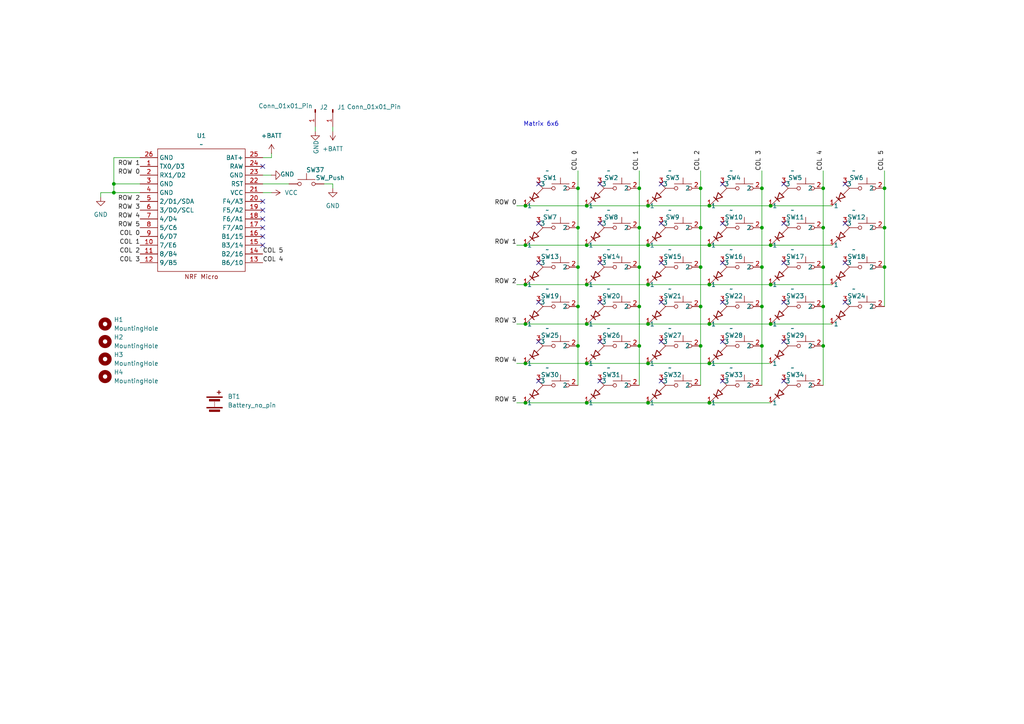
<source format=kicad_sch>
(kicad_sch (version 20231120) (generator "eeschema") (generator_version "8.0")
  (paper "A4")
  (lib_symbols
    (symbol "Connector:Conn_01x01_Pin" (pin_names (offset 1.016) hide)
      (property "Reference" "J" (at 0 2.54 0))
      (property "Value" "Conn_01x01_Pin" (at 0 -2.54 0))
      (symbol "Conn_01x01_Pin_1_1"
        (polyline (pts (xy 1.27 0) (xy 0.8636 0)) (stroke (width 0.1524)))
        (rectangle (start 0.8636 0.127) (end 0 -0.127) (stroke (width 0.1524)) (fill (type outline)))
        (pin passive line (at 5.08 0 180) (length 3.81) (name "Pin_1") (number "1"))
      )
    )
    (symbol "Keyboard_CS:Battery_no_pin" (pin_numbers hide) (pin_names (offset 0) hide)
      (property "Reference" "BT" (at 2.54 2.54 0))
      (property "Value" "Battery_no_pin" (at 2.54 0 0))
      (symbol "Battery_no_pin_0_1"
        (rectangle (start -2.286 -1.27) (end 2.286 -1.524) (fill (type outline)))
        (rectangle (start -2.286 1.778) (end 2.286 1.524) (fill (type outline)))
        (rectangle (start -1.524 -2.032) (end 1.524 -2.54) (fill (type outline)))
        (rectangle (start -1.524 1.016) (end 1.524 0.508) (fill (type outline)))
        (polyline (pts (xy 0 -1.016) (xy 0 -0.762)))
        (polyline (pts (xy 0 -0.508) (xy 0 -0.254)))
        (polyline (pts (xy 0 0) (xy 0 0.254)))
        (polyline (pts (xy 0.762 3.048) (xy 1.778 3.048)) (stroke (width 0.254)))
        (polyline (pts (xy 1.27 3.556) (xy 1.27 2.54)) (stroke (width 0.254)))
      )
    )
    (symbol "Keyboard_CS:Keyboard_Push"
      (property "Reference" "SW" (at 0.254 -4.572 0))
      (symbol "Keyboard_Push_0_1"
        (circle (center -2.032 0) (radius 0.508))
        (polyline (pts (xy -10.16 -5.08) (xy -8.255 -3.175)))
        (polyline (pts (xy -7.62 -3.81) (xy -8.89 -2.54)) (stroke (width 0.254)))
        (polyline (pts (xy -6.985 -1.905) (xy -5.08 0)))
        (polyline (pts (xy -6.35 1.27) (xy -5.08 0)))
        (polyline (pts (xy -5.08 0) (xy -2.54 0)))
        (polyline (pts (xy 0 1.27) (xy 0 3.048)))
        (polyline (pts (xy 2.54 1.27) (xy -2.54 1.27)))
        (polyline (pts (xy -6.35 -2.54) (xy -7.62 -1.27) (xy -8.255 -3.175) (xy -6.35 -2.54)) (stroke (width 0.254)))
        (circle (center 2.032 0) (radius 0.508))
        (pin passive line (at 5.08 0 180) (length 2.54) (name "2") (number "2"))
      )
      (symbol "Keyboard_Push_1_1"
        (pin passive line (at -10.16 -5.08 0) (length 0) (name "1") (number "1"))
        (pin passive line (at -6.35 1.27 0) (length 0) (name "3") (number "3"))
      )
    )
    (symbol "Keyboard_CS:NRF_micro"
      (property "Reference" "U" (at 0 1.27 0))
      (symbol "NRF_micro_0_1"
        (rectangle (start -12.7 2.54) (end 12.7 -33.02))
      )
      (symbol "NRF_micro_1_1"
        (text "NRF Micro" (at 0 -34.544 0) (effects (font (size 1.27 1.27))))
        (pin bidirectional line (at -17.78 -2.54 0) (length 5.08) (name "TX0/D3") (number "1"))
        (pin bidirectional line (at -17.78 -25.4 0) (length 5.08) (name "7/E6") (number "10"))
        (pin bidirectional line (at -17.78 -27.94 0) (length 5.08) (name "8/B4") (number "11"))
        (pin bidirectional line (at -17.78 -30.48 0) (length 5.08) (name "9/B5") (number "12"))
        (pin bidirectional line (at 17.78 -30.48 180) (length 5.08) (name "B6/10") (number "13"))
        (pin bidirectional line (at 17.78 -27.94 180) (length 5.08) (name "B2/16") (number "14"))
        (pin bidirectional line (at 17.78 -25.4 180) (length 5.08) (name "B3/14") (number "15"))
        (pin bidirectional line (at 17.78 -22.86 180) (length 5.08) (name "B1/15") (number "16"))
        (pin bidirectional line (at 17.78 -20.32 180) (length 5.08) (name "F7/A0") (number "17"))
        (pin bidirectional line (at 17.78 -17.78 180) (length 5.08) (name "F6/A1") (number "18"))
        (pin bidirectional line (at 17.78 -15.24 180) (length 5.08) (name "F5/A2") (number "19"))
        (pin bidirectional line (at -17.78 -5.08 0) (length 5.08) (name "RX1/D2") (number "2"))
        (pin bidirectional line (at 17.78 -12.7 180) (length 5.08) (name "F4/A3") (number "20"))
        (pin power_in line (at 17.78 -10.16 180) (length 5.08) (name "VCC") (number "21"))
        (pin input line (at 17.78 -7.62 180) (length 5.08) (name "RST") (number "22"))
        (pin power_in line (at 17.78 -5.08 180) (length 5.08) (name "GND") (number "23"))
        (pin power_out line (at 17.78 -2.54 180) (length 5.08) (name "RAW") (number "24"))
        (pin bidirectional line (at 17.78 0 180) (length 5.08) (name "BAT+") (number "25"))
        (pin bidirectional line (at -17.78 0 0) (length 5.08) (name "GND") (number "26"))
        (pin power_in line (at -17.78 -7.62 0) (length 5.08) (name "GND") (number "3"))
        (pin power_in line (at -17.78 -10.16 0) (length 5.08) (name "GND") (number "4"))
        (pin bidirectional line (at -17.78 -12.7 0) (length 5.08) (name "2/D1/SDA") (number "5"))
        (pin bidirectional line (at -17.78 -15.24 0) (length 5.08) (name "3/D0/SCL") (number "6"))
        (pin bidirectional line (at -17.78 -17.78 0) (length 5.08) (name "4/D4") (number "7"))
        (pin bidirectional line (at -17.78 -20.32 0) (length 5.08) (name "5/C6") (number "8"))
        (pin bidirectional line (at -17.78 -22.86 0) (length 5.08) (name "6/D7") (number "9"))
      )
    )
    (symbol "Mechanical:MountingHole" (pin_names (offset 1.016))
      (property "Reference" "H" (at 0 5.08 0))
      (property "Value" "MountingHole" (at 0 3.175 0))
      (symbol "MountingHole_0_1"
        (circle (center 0 0) (radius 1.27) (stroke (width 1.27)))
      )
    )
    (symbol "Switch:SW_Push" (pin_numbers hide) (pin_names (offset 1.016) hide)
      (property "Reference" "SW" (at 1.27 2.54 0))
      (property "Value" "SW_Push" (at 0 -1.524 0))
      (symbol "SW_Push_0_1"
        (circle (center -2.032 0) (radius 0.508))
        (polyline (pts (xy 0 1.27) (xy 0 3.048)))
        (polyline (pts (xy 2.54 1.27) (xy -2.54 1.27)))
        (circle (center 2.032 0) (radius 0.508))
        (pin passive line (at -5.08 0 0) (length 2.54) (name "1") (number "1"))
        (pin passive line (at 5.08 0 180) (length 2.54) (name "2") (number "2"))
      )
    )
    (symbol "power:+BATT" (power) (pin_numbers hide) (pin_names (offset 0) hide)
      (property "Value" "+BATT" (at 0 3.556 0))
      (symbol "+BATT_0_1"
        (polyline (pts (xy -0.762 1.27) (xy 0 2.54)))
        (polyline (pts (xy 0 0) (xy 0 2.54)))
        (polyline (pts (xy 0 2.54) (xy 0.762 1.27)))
      )
      (symbol "+BATT_1_1"
        (pin power_in line (at 0 0 90) (length 0) (name "~") (number "1"))
      )
    )
    (symbol "power:GND" (power) (pin_numbers hide) (pin_names (offset 0) hide)
      (property "Value" "GND" (at 0 -3.81 0))
      (symbol "GND_0_1"
        (polyline (pts (xy 0 0) (xy 0 -1.27) (xy 1.27 -1.27) (xy 0 -2.54) (xy -1.27 -1.27) (xy 0 -1.27)))
      )
      (symbol "GND_1_1"
        (pin power_in line (at 0 0 270) (length 0) (name "~") (number "1"))
      )
    )
    (symbol "power:VCC" (power) (pin_numbers hide) (pin_names (offset 0) hide)
      (property "Value" "VCC" (at 0 3.556 0))
      (symbol "VCC_0_1"
        (polyline (pts (xy -0.762 1.27) (xy 0 2.54)))
        (polyline (pts (xy 0 0) (xy 0 2.54)))
        (polyline (pts (xy 0 2.54) (xy 0.762 1.27)))
      )
      (symbol "VCC_1_1"
        (pin power_in line (at 0 0 90) (length 0) (name "~") (number "1"))
      )
    )
  )
  (junction (at 152.4 116.84))
  (junction (at 220.98 88.9))
  (junction (at 152.4 59.69))
  (junction (at 205.74 82.55))
  (junction (at 170.18 116.84))
  (junction (at 185.42 54.61))
  (junction (at 167.64 54.61))
  (junction (at 220.98 77.47))
  (junction (at 167.64 66.04))
  (junction (at 205.74 105.41))
  (junction (at 152.4 93.98))
  (junction (at 187.96 59.69))
  (junction (at 220.98 100.33))
  (junction (at 220.98 54.61))
  (junction (at 238.76 77.47))
  (junction (at 33.02 55.88))
  (junction (at 205.74 59.69))
  (junction (at 220.98 66.04))
  (junction (at 152.4 82.55))
  (junction (at 256.54 77.47))
  (junction (at 256.54 66.04))
  (junction (at 167.64 88.9))
  (junction (at 238.76 88.9))
  (junction (at 187.96 105.41))
  (junction (at 256.54 54.61))
  (junction (at 170.18 105.41))
  (junction (at 185.42 88.9))
  (junction (at 167.64 100.33))
  (junction (at 203.2 100.33))
  (junction (at 187.96 82.55))
  (junction (at 185.42 77.47))
  (junction (at 223.52 71.12))
  (junction (at 167.64 77.47))
  (junction (at 185.42 100.33))
  (junction (at 203.2 66.04))
  (junction (at 205.74 93.98))
  (junction (at 187.96 116.84))
  (junction (at 203.2 77.47))
  (junction (at 185.42 66.04))
  (junction (at 223.52 93.98))
  (junction (at 205.74 116.84))
  (junction (at 152.4 71.12))
  (junction (at 170.18 82.55))
  (junction (at 170.18 93.98))
  (junction (at 33.02 53.34))
  (junction (at 223.52 59.69))
  (junction (at 203.2 54.61))
  (junction (at 170.18 59.69))
  (junction (at 238.76 66.04))
  (junction (at 205.74 71.12))
  (junction (at 187.96 71.12))
  (junction (at 203.2 88.9))
  (junction (at 152.4 105.41))
  (junction (at 187.96 93.98))
  (junction (at 170.18 71.12))
  (junction (at 223.52 82.55))
  (junction (at 238.76 54.61))
  (junction (at 238.76 100.33))
  (no_connect (at 209.55 53.34))
  (no_connect (at 191.77 64.77))
  (no_connect (at 156.21 64.77))
  (no_connect (at 245.11 76.2))
  (no_connect (at 209.55 76.2))
  (no_connect (at 173.99 53.34))
  (no_connect (at 156.21 110.49))
  (no_connect (at 191.77 76.2))
  (no_connect (at 173.99 110.49))
  (no_connect (at 209.55 64.77))
  (no_connect (at 209.55 110.49))
  (no_connect (at 191.77 110.49))
  (no_connect (at 245.11 64.77))
  (no_connect (at 156.21 53.34))
  (no_connect (at 156.21 99.06))
  (no_connect (at 76.2 66.04))
  (no_connect (at 156.21 87.63))
  (no_connect (at 227.33 99.06))
  (no_connect (at 227.33 64.77))
  (no_connect (at 245.11 53.34))
  (no_connect (at 227.33 110.49))
  (no_connect (at 191.77 99.06))
  (no_connect (at 227.33 87.63))
  (no_connect (at 191.77 87.63))
  (no_connect (at 191.77 53.34))
  (no_connect (at 76.2 48.26))
  (no_connect (at 173.99 99.06))
  (no_connect (at 227.33 53.34))
  (no_connect (at 209.55 87.63))
  (no_connect (at 76.2 71.12))
  (no_connect (at 245.11 87.63))
  (no_connect (at 227.33 76.2))
  (no_connect (at 156.21 76.2))
  (no_connect (at 76.2 60.96))
  (no_connect (at 76.2 68.58))
  (no_connect (at 173.99 64.77))
  (no_connect (at 173.99 87.63))
  (no_connect (at 209.55 99.06))
  (no_connect (at 76.2 58.42))
  (no_connect (at 76.2 63.5))
  (no_connect (at 173.99 76.2))
  (wire (pts (xy 33.02 45.72) (xy 33.02 53.34)))
  (wire (pts (xy 256.54 77.47) (xy 256.54 88.9)))
  (wire (pts (xy 223.52 82.55) (xy 241.3 82.55)))
  (wire (pts (xy 220.98 100.33) (xy 220.98 111.76)))
  (wire (pts (xy 152.4 116.84) (xy 170.18 116.84)))
  (wire (pts (xy 223.52 93.98) (xy 241.3 93.98)))
  (wire (pts (xy 96.52 36.83) (xy 96.52 38.1)))
  (wire (pts (xy 167.64 77.47) (xy 167.64 88.9)))
  (wire (pts (xy 167.64 49.53) (xy 167.64 54.61)))
  (wire (pts (xy 152.4 71.12) (xy 170.18 71.12)))
  (wire (pts (xy 185.42 49.53) (xy 185.42 54.61)))
  (wire (pts (xy 223.52 71.12) (xy 241.3 71.12)))
  (wire (pts (xy 256.54 49.53) (xy 256.54 54.61)))
  (wire (pts (xy 205.74 71.12) (xy 223.52 71.12)))
  (wire (pts (xy 205.74 93.98) (xy 223.52 93.98)))
  (wire (pts (xy 167.64 54.61) (xy 167.64 66.04)))
  (wire (pts (xy 149.86 71.12) (xy 152.4 71.12)))
  (wire (pts (xy 149.86 82.55) (xy 152.4 82.55)))
  (wire (pts (xy 203.2 77.47) (xy 203.2 88.9)))
  (wire (pts (xy 91.44 36.83) (xy 91.44 38.1)))
  (wire (pts (xy 238.76 49.53) (xy 238.76 54.61)))
  (wire (pts (xy 203.2 54.61) (xy 203.2 66.04)))
  (wire (pts (xy 170.18 105.41) (xy 187.96 105.41)))
  (wire (pts (xy 167.64 88.9) (xy 167.64 100.33)))
  (wire (pts (xy 185.42 77.47) (xy 185.42 88.9)))
  (wire (pts (xy 187.96 71.12) (xy 205.74 71.12)))
  (wire (pts (xy 187.96 59.69) (xy 205.74 59.69)))
  (wire (pts (xy 185.42 54.61) (xy 185.42 66.04)))
  (wire (pts (xy 33.02 55.88) (xy 40.64 55.88)))
  (wire (pts (xy 203.2 66.04) (xy 203.2 77.47)))
  (wire (pts (xy 203.2 49.53) (xy 203.2 54.61)))
  (wire (pts (xy 76.2 55.88) (xy 78.74 55.88)))
  (wire (pts (xy 149.86 105.41) (xy 152.4 105.41)))
  (wire (pts (xy 152.4 105.41) (xy 170.18 105.41)))
  (wire (pts (xy 187.96 82.55) (xy 205.74 82.55)))
  (wire (pts (xy 238.76 66.04) (xy 238.76 77.47)))
  (wire (pts (xy 205.74 59.69) (xy 223.52 59.69)))
  (wire (pts (xy 220.98 77.47) (xy 220.98 88.9)))
  (wire (pts (xy 152.4 59.69) (xy 170.18 59.69)))
  (wire (pts (xy 238.76 88.9) (xy 238.76 100.33)))
  (wire (pts (xy 29.21 55.88) (xy 29.21 57.15)))
  (wire (pts (xy 205.74 116.84) (xy 223.52 116.84)))
  (wire (pts (xy 205.74 105.41) (xy 223.52 105.41)))
  (wire (pts (xy 256.54 54.61) (xy 256.54 66.04)))
  (wire (pts (xy 167.64 100.33) (xy 167.64 111.76)))
  (wire (pts (xy 238.76 54.61) (xy 238.76 66.04)))
  (wire (pts (xy 187.96 93.98) (xy 205.74 93.98)))
  (wire (pts (xy 78.74 45.72) (xy 76.2 45.72)))
  (wire (pts (xy 167.64 66.04) (xy 167.64 77.47)))
  (wire (pts (xy 40.64 45.72) (xy 33.02 45.72)))
  (wire (pts (xy 185.42 100.33) (xy 185.42 111.76)))
  (wire (pts (xy 96.52 54.61) (xy 96.52 53.34)))
  (wire (pts (xy 170.18 116.84) (xy 187.96 116.84)))
  (wire (pts (xy 96.52 53.34) (xy 93.98 53.34)))
  (wire (pts (xy 78.74 44.45) (xy 78.74 45.72)))
  (wire (pts (xy 149.86 93.98) (xy 152.4 93.98)))
  (wire (pts (xy 187.96 116.84) (xy 205.74 116.84)))
  (wire (pts (xy 33.02 53.34) (xy 33.02 55.88)))
  (wire (pts (xy 223.52 59.69) (xy 241.3 59.69)))
  (wire (pts (xy 185.42 66.04) (xy 185.42 77.47)))
  (wire (pts (xy 220.98 66.04) (xy 220.98 77.47)))
  (wire (pts (xy 220.98 88.9) (xy 220.98 100.33)))
  (wire (pts (xy 152.4 82.55) (xy 170.18 82.55)))
  (wire (pts (xy 170.18 59.69) (xy 187.96 59.69)))
  (wire (pts (xy 149.86 59.69) (xy 152.4 59.69)))
  (wire (pts (xy 76.2 53.34) (xy 83.82 53.34)))
  (wire (pts (xy 256.54 66.04) (xy 256.54 77.47)))
  (wire (pts (xy 238.76 100.33) (xy 238.76 111.76)))
  (wire (pts (xy 29.21 55.88) (xy 33.02 55.88)))
  (wire (pts (xy 203.2 88.9) (xy 203.2 100.33)))
  (wire (pts (xy 238.76 77.47) (xy 238.76 88.9)))
  (wire (pts (xy 170.18 93.98) (xy 187.96 93.98)))
  (wire (pts (xy 152.4 93.98) (xy 170.18 93.98)))
  (wire (pts (xy 220.98 54.61) (xy 220.98 66.04)))
  (wire (pts (xy 205.74 82.55) (xy 223.52 82.55)))
  (wire (pts (xy 220.98 49.53) (xy 220.98 54.61)))
  (wire (pts (xy 76.2 50.8) (xy 78.74 50.8)))
  (wire (pts (xy 149.86 116.84) (xy 152.4 116.84)))
  (wire (pts (xy 170.18 71.12) (xy 187.96 71.12)))
  (wire (pts (xy 40.64 53.34) (xy 33.02 53.34)))
  (wire (pts (xy 170.18 82.55) (xy 187.96 82.55)))
  (wire (pts (xy 185.42 88.9) (xy 185.42 100.33)))
  (wire (pts (xy 187.96 105.41) (xy 205.74 105.41)))
  (wire (pts (xy 203.2 100.33) (xy 203.2 111.76)))
  (text "Matrix 6x6" (at 156.972 36.068 0) (effects (font (size 1.27 1.27))))
  (label "COL 4" (at 76.2 76.2 0))
  (label "COL 2" (at 203.2 49.53 90))
  (label "ROW 3" (at 149.86 93.98 180))
  (label "ROW 3" (at 40.64 60.96 180))
  (label "COL 5" (at 256.54 49.53 90))
  (label "ROW 0" (at 40.64 50.8 180))
  (label "COL 2" (at 40.64 73.66 180))
  (label "ROW 1" (at 149.86 71.12 180))
  (label "COL 3" (at 220.98 49.53 90))
  (label "ROW 5" (at 40.64 66.04 180))
  (label "COL 0" (at 167.64 49.53 90))
  (label "COL 5" (at 76.2 73.66 0))
  (label "ROW 4" (at 40.64 63.5 180))
  (label "ROW 4" (at 149.86 105.41 180))
  (label "COL 3" (at 40.64 76.2 180))
  (label "ROW 1" (at 40.64 48.26 180))
  (label "ROW 2" (at 40.64 58.42 180))
  (label "COL 4" (at 238.76 49.53 90))
  (label "ROW 0" (at 149.86 59.69 180))
  (label "COL 1" (at 185.42 49.53 90))
  (label "ROW 5" (at 149.86 116.84 180))
  (label "ROW 2" (at 149.86 82.55 180))
  (label "COL 1" (at 40.64 71.12 180))
  (label "COL 0" (at 40.64 68.58 180))
  (symbol (lib_id "power:+BATT") (at 78.74 44.45 0) (unit 1)
    (property "Reference" "#PWR04" (effects (hide yes)))
    (property "Value" "+BATT" (at 78.74 39.37 0))
    (property "Description" "Power symbol creates a global label with name \"+BATT\"" (effects (hide yes)))
  )
  (symbol (lib_id "Keyboard_CS:Keyboard_Push") (at 162.56 100.33 0) (unit 1)
    (property "Reference" "SW25" (at 159.512 97.282 0))
    (property "Value" "~" (at 158.75 95.25 0))
    (property "Footprint" "Keyboard_CS:SW_UNIVERSAL_2.25u_PCB" (effects (hide yes)))
  )
  (symbol (lib_id "Keyboard_CS:Keyboard_Push") (at 215.9 54.61 0) (unit 1)
    (property "Reference" "SW4" (at 212.852 51.562 0))
    (property "Value" "~" (at 212.09 49.53 0))
    (property "Footprint" "Keyboard_CS:SW_UNIVERSAL_1.00u_PCB" (effects (hide yes)))
  )
  (symbol (lib_id "Keyboard_CS:Keyboard_Push") (at 180.34 54.61 0) (unit 1)
    (property "Reference" "SW2" (at 177.292 51.562 0))
    (property "Value" "~" (at 176.53 49.53 0))
    (property "Footprint" "Keyboard_CS:SW_UNIVERSAL_1.00u_PCB" (effects (hide yes)))
  )
  (symbol (lib_id "Keyboard_CS:Keyboard_Push") (at 162.56 54.61 0) (unit 1)
    (property "Reference" "SW1" (at 159.512 51.562 0))
    (property "Value" "~" (at 158.75 49.53 0))
    (property "Footprint" "Keyboard_CS:SW_UNIVERSAL_1.00u_PCB" (effects (hide yes)))
  )
  (symbol (lib_id "power:+BATT") (at 96.52 38.1 180) (unit 1)
    (property "Reference" "#PWR06" (effects (hide yes)))
    (property "Value" "+BATT" (at 96.52 43.18 0))
    (property "Description" "Power symbol creates a global label with name \"+BATT\"" (effects (hide yes)))
  )
  (symbol (lib_id "Keyboard_CS:Keyboard_Push") (at 251.46 77.47 0) (unit 1)
    (property "Reference" "SW18" (at 248.412 74.422 0))
    (property "Value" "~" (at 247.65 72.39 0))
    (property "Footprint" "Keyboard_CS:SW_UNIVERSAL_1.00u_PCB" (effects (hide yes)))
  )
  (symbol (lib_id "Keyboard_CS:Keyboard_Push") (at 233.68 88.9 0) (unit 1)
    (property "Reference" "SW23" (at 230.632 85.852 0))
    (property "Value" "~" (at 229.87 83.82 0))
    (property "Footprint" "Keyboard_CS:SW_UNIVERSAL_1.00u_PCB" (effects (hide yes)))
  )
  (symbol (lib_id "Keyboard_CS:Keyboard_Push") (at 180.34 88.9 0) (unit 1)
    (property "Reference" "SW20" (at 177.292 85.852 0))
    (property "Value" "~" (at 176.53 83.82 0))
    (property "Footprint" "Keyboard_CS:SW_UNIVERSAL_1.00u_PCB" (effects (hide yes)))
  )
  (symbol (lib_id "Mechanical:MountingHole") (at 30.48 109.22 0) (unit 1)
    (property "Reference" "H4" (at 33.02 107.9499 0) (effects (justify left)))
    (property "Value" "MountingHole" (at 33.02 110.4899 0) (effects (justify left)))
    (property "Footprint" "MountingHole:MountingHole_2.2mm_M2_DIN965" (effects (hide yes)))
    (property "Description" "Mounting Hole without connection" (effects (hide yes)))
  )
  (symbol (lib_id "Keyboard_CS:Keyboard_Push") (at 215.9 88.9 0) (unit 1)
    (property "Reference" "SW22" (at 212.852 85.852 0))
    (property "Value" "~" (at 212.09 83.82 0))
    (property "Footprint" "Keyboard_CS:SW_UNIVERSAL_1.00u_PCB" (effects (hide yes)))
  )
  (symbol (lib_id "Keyboard_CS:Keyboard_Push") (at 180.34 111.76 0) (unit 1)
    (property "Reference" "SW31" (at 177.292 108.712 0))
    (property "Value" "~" (at 176.53 106.68 0))
    (property "Footprint" "Keyboard_CS:SW_UNIVERSAL_1.25u_PCB" (effects (hide yes)))
  )
  (symbol (lib_id "Mechanical:MountingHole") (at 30.48 104.14 0) (unit 1)
    (property "Reference" "H3" (at 33.02 102.8699 0) (effects (justify left)))
    (property "Value" "MountingHole" (at 33.02 105.4099 0) (effects (justify left)))
    (property "Footprint" "MountingHole:MountingHole_2.2mm_M2_DIN965" (effects (hide yes)))
    (property "Description" "Mounting Hole without connection" (effects (hide yes)))
  )
  (symbol (lib_id "power:GND") (at 29.21 57.15 0) (unit 1)
    (property "Reference" "#PWR03" (effects (hide yes)))
    (property "Value" "GND" (at 29.21 62.23 0))
    (property "Description" "Power symbol creates a global label with name \"GND\" , ground" (effects (hide yes)))
  )
  (symbol (lib_id "Keyboard_CS:Keyboard_Push") (at 233.68 111.76 0) (unit 1)
    (property "Reference" "SW34" (at 230.632 108.712 0))
    (property "Value" "~" (at 229.87 106.68 0))
    (property "Footprint" "Keyboard_CS:SW_UNIVERSAL_2.00u_PCB" (effects (hide yes)))
  )
  (symbol (lib_id "Keyboard_CS:Keyboard_Push") (at 251.46 88.9 0) (unit 1)
    (property "Reference" "SW24" (at 248.412 85.852 0))
    (property "Value" "~" (at 247.65 83.82 0))
    (property "Footprint" "Keyboard_CS:SW_UNIVERSAL_1.00u_PCB" (effects (hide yes)))
  )
  (symbol (lib_id "Keyboard_CS:Keyboard_Push") (at 198.12 100.33 0) (unit 1)
    (property "Reference" "SW27" (at 195.072 97.282 0))
    (property "Value" "~" (at 194.31 95.25 0))
    (property "Footprint" "Keyboard_CS:SW_UNIVERSAL_1.00u_PCB" (effects (hide yes)))
  )
  (symbol (lib_id "Keyboard_CS:Keyboard_Push") (at 162.56 66.04 0) (unit 1)
    (property "Reference" "SW7" (at 159.512 62.992 0))
    (property "Value" "~" (at 158.75 60.96 0))
    (property "Footprint" "Keyboard_CS:SW_UNIVERSAL_1.00u_PCB" (effects (hide yes)))
  )
  (symbol (lib_id "Keyboard_CS:Keyboard_Push") (at 233.68 54.61 0) (unit 1)
    (property "Reference" "SW5" (at 230.632 51.562 0))
    (property "Value" "~" (at 229.87 49.53 0))
    (property "Footprint" "Keyboard_CS:SW_UNIVERSAL_1.00u_PCB" (effects (hide yes)))
  )
  (symbol (lib_id "Connector:Conn_01x01_Pin") (at 96.52 31.75 270) (unit 1)
    (property "Reference" "J1" (at 97.79 31.1149 90) (effects (justify left)))
    (property "Value" "Conn_01x01_Pin" (at 100.584 30.988 90) (effects (justify left)))
    (property "Footprint" "Connector_Pin:Pin_D1.0mm_L10.0mm" (effects (hide yes)))
    (property "Description" "Generic connector, single row, 01x01, script generated" (effects (hide yes)))
  )
  (symbol (lib_id "Keyboard_CS:Keyboard_Push") (at 162.56 88.9 0) (unit 1)
    (property "Reference" "SW19" (at 159.512 85.852 0))
    (property "Value" "~" (at 158.75 83.82 0))
    (property "Footprint" "Keyboard_CS:SW_UNIVERSAL_1.75u_PCB" (effects (hide yes)))
  )
  (symbol (lib_id "Keyboard_CS:Keyboard_Push") (at 215.9 100.33 0) (unit 1)
    (property "Reference" "SW28" (at 212.852 97.282 0))
    (property "Value" "~" (at 212.09 95.25 0))
    (property "Footprint" "Keyboard_CS:SW_UNIVERSAL_1.00u_PCB" (effects (hide yes)))
  )
  (symbol (lib_id "Keyboard_CS:Keyboard_Push") (at 233.68 66.04 0) (unit 1)
    (property "Reference" "SW11" (at 230.632 62.992 0))
    (property "Value" "~" (at 229.87 60.96 0))
    (property "Footprint" "Keyboard_CS:SW_UNIVERSAL_1.00u_PCB" (effects (hide yes)))
  )
  (symbol (lib_id "Keyboard_CS:Keyboard_Push") (at 233.68 100.33 0) (unit 1)
    (property "Reference" "SW29" (at 230.632 97.282 0))
    (property "Value" "~" (at 229.87 95.25 0))
    (property "Footprint" "Keyboard_CS:SW_UNIVERSAL_1.00u_PCB" (effects (hide yes)))
  )
  (symbol (lib_id "Keyboard_CS:Keyboard_Push") (at 198.12 88.9 0) (unit 1)
    (property "Reference" "SW21" (at 195.072 85.852 0))
    (property "Value" "~" (at 194.31 83.82 0))
    (property "Footprint" "Keyboard_CS:SW_UNIVERSAL_1.00u_PCB" (effects (hide yes)))
  )
  (symbol (lib_id "power:GND") (at 96.52 54.61 0) (unit 1)
    (property "Reference" "#PWR01" (effects (hide yes)))
    (property "Value" "GND" (at 96.52 59.69 0))
    (property "Description" "Power symbol creates a global label with name \"GND\" , ground" (effects (hide yes)))
  )
  (symbol (lib_id "Keyboard_CS:Keyboard_Push") (at 162.56 77.47 0) (unit 1)
    (property "Reference" "SW13" (at 159.512 74.422 0))
    (property "Value" "~" (at 158.75 72.39 0))
    (property "Footprint" "Keyboard_CS:SW_UNIVERSAL_1.50u_PCB" (effects (hide yes)))
  )
  (symbol (lib_id "power:GND") (at 78.74 50.8 90) (unit 1)
    (property "Reference" "#PWR02" (effects (hide yes)))
    (property "Value" "GND" (at 81.28 50.546 90) (effects (justify right)))
    (property "Description" "Power symbol creates a global label with name \"GND\" , ground" (effects (hide yes)))
  )
  (symbol (lib_id "Keyboard_CS:Keyboard_Push") (at 215.9 111.76 0) (unit 1)
    (property "Reference" "SW33" (at 212.852 108.712 0))
    (property "Value" "~" (at 212.09 106.68 0))
    (property "Footprint" "Keyboard_CS:SW_UNIVERSAL_1.25u_PCB" (effects (hide yes)))
  )
  (symbol (lib_id "Keyboard_CS:Keyboard_Push") (at 162.56 111.76 0) (unit 1)
    (property "Reference" "SW30" (at 159.512 108.712 0))
    (property "Value" "~" (at 158.75 106.68 0))
    (property "Footprint" "Keyboard_CS:SW_UNIVERSAL_1.00u_PCB" (effects (hide yes)))
  )
  (symbol (lib_id "Keyboard_CS:Keyboard_Push") (at 233.68 77.47 0) (unit 1)
    (property "Reference" "SW17" (at 230.632 74.422 0))
    (property "Value" "~" (at 229.87 72.39 0))
    (property "Footprint" "Keyboard_CS:SW_UNIVERSAL_1.00u_PCB" (effects (hide yes)))
  )
  (symbol (lib_id "Mechanical:MountingHole") (at 30.48 99.06 0) (unit 1)
    (property "Reference" "H2" (at 33.02 97.7899 0) (effects (justify left)))
    (property "Value" "MountingHole" (at 33.02 100.3299 0) (effects (justify left)))
    (property "Footprint" "MountingHole:MountingHole_2.2mm_M2_DIN965" (effects (hide yes)))
    (property "Description" "Mounting Hole without connection" (effects (hide yes)))
  )
  (symbol (lib_id "Keyboard_CS:Keyboard_Push") (at 198.12 111.76 0) (unit 1)
    (property "Reference" "SW32" (at 195.072 108.712 0))
    (property "Value" "~" (at 194.31 106.68 0))
    (property "Footprint" "Keyboard_CS:SW_UNIVERSAL_1.25u_PCB" (effects (hide yes)))
  )
  (symbol (lib_id "Keyboard_CS:Keyboard_Push") (at 198.12 66.04 0) (unit 1)
    (property "Reference" "SW9" (at 195.072 62.992 0))
    (property "Value" "~" (at 194.31 60.96 0))
    (property "Footprint" "Keyboard_CS:SW_UNIVERSAL_1.00u_PCB" (effects (hide yes)))
  )
  (symbol (lib_id "Keyboard_CS:Keyboard_Push") (at 251.46 66.04 0) (unit 1)
    (property "Reference" "SW12" (at 248.412 62.992 0))
    (property "Value" "~" (at 247.65 60.96 0))
    (property "Footprint" "Keyboard_CS:SW_UNIVERSAL_1.00u_PCB" (effects (hide yes)))
  )
  (symbol (lib_id "Keyboard_CS:Battery_no_pin") (at 62.23 116.84 0) (unit 1)
    (property "Reference" "BT1" (at 66.04 114.9984 0) (effects (justify left)))
    (property "Value" "Battery_no_pin" (at 66.04 117.5384 0) (effects (justify left)))
    (property "Footprint" "Keyboard_CS:503020 battery hole" (effects (hide yes)))
    (property "Description" "Multiple-cell battery" (effects (hide yes)))
  )
  (symbol (lib_id "Keyboard_CS:Keyboard_Push") (at 215.9 77.47 0) (unit 1)
    (property "Reference" "SW16" (at 212.852 74.422 0))
    (property "Value" "~" (at 212.09 72.39 0))
    (property "Footprint" "Keyboard_CS:SW_UNIVERSAL_1.00u_PCB" (effects (hide yes)))
  )
  (symbol (lib_id "Keyboard_CS:Keyboard_Push") (at 215.9 66.04 0) (unit 1)
    (property "Reference" "SW10" (at 212.852 62.992 0))
    (property "Value" "~" (at 212.09 60.96 0))
    (property "Footprint" "Keyboard_CS:SW_UNIVERSAL_1.00u_PCB" (effects (hide yes)))
  )
  (symbol (lib_id "Connector:Conn_01x01_Pin") (at 91.44 31.75 270) (unit 1)
    (property "Reference" "J2" (at 92.71 31.1149 90) (effects (justify left)))
    (property "Value" "Conn_01x01_Pin" (at 74.93 30.734 90) (effects (justify left)))
    (property "Footprint" "Connector_Pin:Pin_D1.0mm_L10.0mm" (effects (hide yes)))
    (property "Description" "Generic connector, single row, 01x01, script generated" (effects (hide yes)))
  )
  (symbol (lib_id "Keyboard_CS:Keyboard_Push") (at 198.12 54.61 0) (unit 1)
    (property "Reference" "SW3" (at 195.072 51.562 0))
    (property "Value" "~" (at 194.31 49.53 0))
    (property "Footprint" "Keyboard_CS:SW_UNIVERSAL_1.00u_PCB" (effects (hide yes)))
  )
  (symbol (lib_id "Switch:SW_Push") (at 88.9 53.34 0) (unit 1)
    (property "Reference" "SW37" (at 91.44 49.276 0))
    (property "Value" "SW_Push" (at 95.758 51.562 0))
    (property "Footprint" "Keyboard_CS:Reset_Switch" (effects (hide yes)))
    (property "Description" "Push button switch, generic, two pins" (effects (hide yes)))
  )
  (symbol (lib_id "Keyboard_CS:NRF_micro") (at 58.42 45.72 0) (unit 1)
    (property "Reference" "U1" (at 58.42 39.37 0))
    (property "Value" "~" (at 58.42 41.91 0))
    (property "Footprint" "Keyboard_CS:ProMicro_DUAL" (effects (hide yes)))
  )
  (symbol (lib_id "Mechanical:MountingHole") (at 30.48 93.98 0) (unit 1)
    (property "Reference" "H1" (at 33.02 92.7099 0) (effects (justify left)))
    (property "Value" "MountingHole" (at 33.02 95.2499 0) (effects (justify left)))
    (property "Footprint" "MountingHole:MountingHole_2.2mm_M2_DIN965" (effects (hide yes)))
    (property "Description" "Mounting Hole without connection" (effects (hide yes)))
  )
  (symbol (lib_id "power:GND") (at 91.44 38.1 0) (unit 1)
    (property "Reference" "#PWR07" (effects (hide yes)))
    (property "Value" "GND" (at 91.694 40.64 90) (effects (justify right)))
    (property "Description" "Power symbol creates a global label with name \"GND\" , ground" (effects (hide yes)))
  )
  (symbol (lib_id "Keyboard_CS:Keyboard_Push") (at 180.34 77.47 0) (unit 1)
    (property "Reference" "SW14" (at 177.292 74.422 0))
    (property "Value" "~" (at 176.53 72.39 0))
    (property "Footprint" "Keyboard_CS:SW_UNIVERSAL_1.00u_PCB" (effects (hide yes)))
  )
  (symbol (lib_id "power:VCC") (at 78.74 55.88 270) (unit 1)
    (property "Reference" "#PWR05" (effects (hide yes)))
    (property "Value" "VCC" (at 82.55 55.8799 90) (effects (justify left)))
    (property "Description" "Power symbol creates a global label with name \"VCC\"" (effects (hide yes)))
  )
  (symbol (lib_id "Keyboard_CS:Keyboard_Push") (at 180.34 66.04 0) (unit 1)
    (property "Reference" "SW8" (at 177.292 62.992 0))
    (property "Value" "~" (at 176.53 60.96 0))
    (property "Footprint" "Keyboard_CS:SW_UNIVERSAL_1.00u_PCB" (effects (hide yes)))
  )
  (symbol (lib_id "Keyboard_CS:Keyboard_Push") (at 180.34 100.33 0) (unit 1)
    (property "Reference" "SW26" (at 177.292 97.282 0))
    (property "Value" "~" (at 176.53 95.25 0))
    (property "Footprint" "Keyboard_CS:SW_UNIVERSAL_1.00u_PCB" (effects (hide yes)))
  )
  (symbol (lib_id "Keyboard_CS:Keyboard_Push") (at 198.12 77.47 0) (unit 1)
    (property "Reference" "SW15" (at 195.072 74.422 0))
    (property "Value" "~" (at 194.31 72.39 0))
    (property "Footprint" "Keyboard_CS:SW_UNIVERSAL_1.00u_PCB" (effects (hide yes)))
  )
  (symbol (lib_id "Keyboard_CS:Keyboard_Push") (at 251.46 54.61 0) (unit 1)
    (property "Reference" "SW6" (at 248.412 51.562 0))
    (property "Value" "~" (at 247.65 49.53 0))
    (property "Footprint" "Keyboard_CS:SW_UNIVERSAL_1.00u_PCB" (effects (hide yes)))
  )
)
</source>
